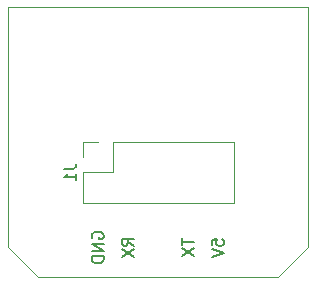
<source format=gbr>
%TF.GenerationSoftware,KiCad,Pcbnew,(6.0.0)*%
%TF.CreationDate,2022-04-16T20:40:41+02:00*%
%TF.ProjectId,bewegungsmelder,62657765-6775-46e6-9773-6d656c646572,rev?*%
%TF.SameCoordinates,Original*%
%TF.FileFunction,Legend,Bot*%
%TF.FilePolarity,Positive*%
%FSLAX46Y46*%
G04 Gerber Fmt 4.6, Leading zero omitted, Abs format (unit mm)*
G04 Created by KiCad (PCBNEW (6.0.0)) date 2022-04-16 20:40:41*
%MOMM*%
%LPD*%
G01*
G04 APERTURE LIST*
%ADD10C,0.150000*%
%ADD11C,0.120000*%
G04 APERTURE END LIST*
D10*
%TO.C,J1*%
X98976380Y-124634666D02*
X99690666Y-124634666D01*
X99833523Y-124587047D01*
X99928761Y-124491809D01*
X99976380Y-124348952D01*
X99976380Y-124253714D01*
X99976380Y-125634666D02*
X99976380Y-125063238D01*
X99976380Y-125348952D02*
X98976380Y-125348952D01*
X99119238Y-125253714D01*
X99214476Y-125158476D01*
X99262095Y-125063238D01*
X101354000Y-130556095D02*
X101306380Y-130460857D01*
X101306380Y-130318000D01*
X101354000Y-130175142D01*
X101449238Y-130079904D01*
X101544476Y-130032285D01*
X101734952Y-129984666D01*
X101877809Y-129984666D01*
X102068285Y-130032285D01*
X102163523Y-130079904D01*
X102258761Y-130175142D01*
X102306380Y-130318000D01*
X102306380Y-130413238D01*
X102258761Y-130556095D01*
X102211142Y-130603714D01*
X101877809Y-130603714D01*
X101877809Y-130413238D01*
X102306380Y-131032285D02*
X101306380Y-131032285D01*
X102306380Y-131603714D01*
X101306380Y-131603714D01*
X102306380Y-132079904D02*
X101306380Y-132079904D01*
X101306380Y-132318000D01*
X101354000Y-132460857D01*
X101449238Y-132556095D01*
X101544476Y-132603714D01*
X101734952Y-132651333D01*
X101877809Y-132651333D01*
X102068285Y-132603714D01*
X102163523Y-132556095D01*
X102258761Y-132460857D01*
X102306380Y-132318000D01*
X102306380Y-132079904D01*
X104846380Y-131151333D02*
X104370190Y-130818000D01*
X104846380Y-130579904D02*
X103846380Y-130579904D01*
X103846380Y-130960857D01*
X103894000Y-131056095D01*
X103941619Y-131103714D01*
X104036857Y-131151333D01*
X104179714Y-131151333D01*
X104274952Y-131103714D01*
X104322571Y-131056095D01*
X104370190Y-130960857D01*
X104370190Y-130579904D01*
X103846380Y-131484666D02*
X104846380Y-132151333D01*
X103846380Y-132151333D02*
X104846380Y-131484666D01*
X108926380Y-130556095D02*
X108926380Y-131127523D01*
X109926380Y-130841809D02*
X108926380Y-130841809D01*
X108926380Y-131365619D02*
X109926380Y-132032285D01*
X108926380Y-132032285D02*
X109926380Y-131365619D01*
X111466380Y-131127523D02*
X111466380Y-130651333D01*
X111942571Y-130603714D01*
X111894952Y-130651333D01*
X111847333Y-130746571D01*
X111847333Y-130984666D01*
X111894952Y-131079904D01*
X111942571Y-131127523D01*
X112037809Y-131175142D01*
X112275904Y-131175142D01*
X112371142Y-131127523D01*
X112418761Y-131079904D01*
X112466380Y-130984666D01*
X112466380Y-130746571D01*
X112418761Y-130651333D01*
X112371142Y-130603714D01*
X111466380Y-131460857D02*
X112466380Y-131794190D01*
X111466380Y-132127523D01*
D11*
X117094000Y-133858000D02*
X119634000Y-131318000D01*
X94234000Y-131318000D02*
X96774000Y-133858000D01*
X103124000Y-124968000D02*
X100524000Y-124968000D01*
X119634000Y-110998000D02*
X94234000Y-110998000D01*
X101854000Y-122368000D02*
X100524000Y-122368000D01*
X96774000Y-133858000D02*
X117094000Y-133858000D01*
X94234000Y-110998000D02*
X94234000Y-131318000D01*
X103124000Y-122368000D02*
X113344000Y-122368000D01*
X103124000Y-122368000D02*
X103124000Y-124968000D01*
X100524000Y-127568000D02*
X113344000Y-127568000D01*
X119634000Y-131318000D02*
X119634000Y-110998000D01*
X113344000Y-122368000D02*
X113344000Y-127568000D01*
X100524000Y-124968000D02*
X100524000Y-127568000D01*
X100524000Y-122368000D02*
X100524000Y-123698000D01*
%TD*%
M02*

</source>
